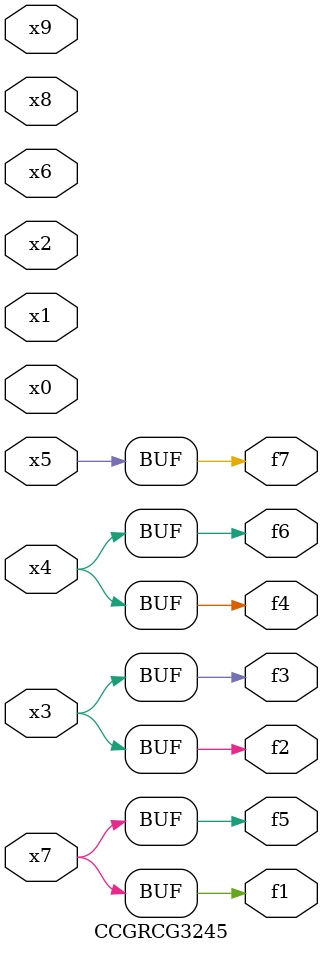
<source format=v>
module CCGRCG3245(
	input x0, x1, x2, x3, x4, x5, x6, x7, x8, x9,
	output f1, f2, f3, f4, f5, f6, f7
);
	assign f1 = x7;
	assign f2 = x3;
	assign f3 = x3;
	assign f4 = x4;
	assign f5 = x7;
	assign f6 = x4;
	assign f7 = x5;
endmodule

</source>
